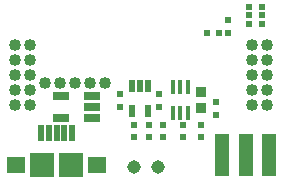
<source format=gbs>
G04 ================== begin FILE IDENTIFICATION RECORD ==================*
G04 Layout Name:  C:/Users/msahadat3/Dropbox/GATech/eTDS_PCB/allegro/ETDS_PCB_V1_4.brd*
G04 Film Name:    SOLDERMASK_BOTTOM*
G04 File Format:  Gerber RS274X*
G04 File Origin:  Cadence Allegro 16.6-2015-S056*
G04 Origin Date:  Mon Oct 12 16:32:23 2015*
G04 *
G04 Layer:  VIA CLASS/SOLDERMASK_BOTTOM*
G04 Layer:  PIN/SOLDERMASK_BOTTOM*
G04 Layer:  PACKAGE GEOMETRY/SOLDERMASK_BOTTOM*
G04 Layer:  BOARD GEOMETRY/SOLDERMASK_BOTTOM*
G04 *
G04 Offset:    (0.00 0.00)*
G04 Mirror:    No*
G04 Mode:      Positive*
G04 Rotation:  0*
G04 FullContactRelief:  No*
G04 UndefLineWidth:     5.00*
G04 ================== end FILE IDENTIFICATION RECORD ====================*
%FSLAX25Y25*MOIN*%
%IR0*IPPOS*OFA0.00000B0.00000*MIA0B0*SFA1.00000B1.00000*%
%ADD20R,.045X.143*%
%ADD13C,.04*%
%ADD16C,.045*%
%ADD11R,.08X.08*%
%ADD17R,.021X.041*%
%ADD18R,.033X.033*%
%ADD15R,.024X.024*%
%ADD14R,.054X.03*%
%ADD21R,.024X.024*%
%ADD12R,.02X.058*%
%ADD19R,.017X.045*%
%ADD10R,.062X.056*%
%LPD*%
G75*
G54D10*
X752600Y1658850D03*
X779600D03*
G54D11*
X761420D03*
X770780D03*
G54D20*
X821248Y1662000D03*
X836996D03*
X829122D03*
G54D12*
X760980Y1669380D03*
X771220D03*
X768650D03*
X763540D03*
X766100D03*
G54D21*
X820400Y1702900D03*
X816200D03*
X834500Y1705900D03*
X830300D03*
X834500Y1711300D03*
X830300D03*
X834500Y1708700D03*
X830300D03*
G54D13*
X757400Y1678600D03*
X752400D03*
X757400Y1683600D03*
X752400D03*
X757400Y1688600D03*
X752400D03*
X757400Y1693600D03*
X752400D03*
X762339Y1686039D03*
X757400Y1698600D03*
X752400D03*
X767339Y1686039D03*
X772339D03*
X777339D03*
X782339D03*
X836400Y1678600D03*
X831400D03*
X836400Y1683600D03*
X831400D03*
X836400Y1688600D03*
X831400D03*
X836400Y1693600D03*
X831400D03*
X836400Y1698600D03*
X831400D03*
G54D14*
X767600Y1674320D03*
Y1681800D03*
X777900Y1674320D03*
Y1678060D03*
Y1681800D03*
G54D15*
X787300Y1678100D03*
Y1682300D03*
X796800Y1668000D03*
Y1672200D03*
X791800Y1668000D03*
Y1672200D03*
X800300Y1678100D03*
Y1682300D03*
X808200Y1668000D03*
Y1672200D03*
X801700Y1668000D03*
Y1672200D03*
X814300Y1668000D03*
Y1672200D03*
X819300Y1675400D03*
Y1679600D03*
X823300Y1707100D03*
Y1702900D03*
G54D16*
X791926Y1658000D03*
X799800D03*
G54D17*
X791373Y1676600D03*
X796491D03*
Y1685200D03*
X793932D03*
X791373D03*
G54D18*
X814300Y1677600D03*
Y1683200D03*
G54D19*
X804800Y1676000D03*
X807400D03*
X810000D03*
Y1684800D03*
X807400D03*
X804800D03*
M02*

</source>
